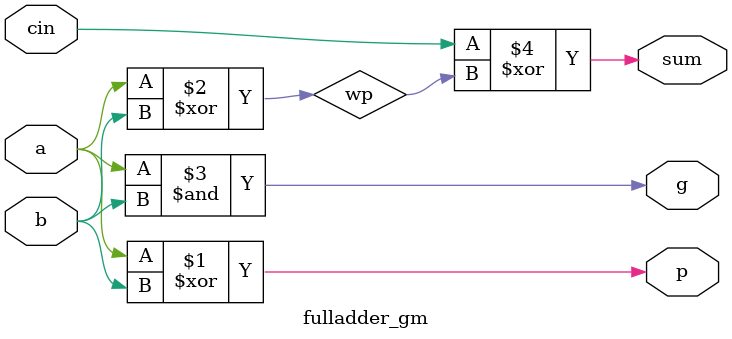
<source format=v>
module fulladder_gm(input a, b, cin, output g, p, sum);

	wire wp, wg;

	//sum	
	xor xor1(p, a, b);
	xor xor2(wp, a, b);

	//cout
	and and1(g, a, b);

	xor xor3(sum, cin, wp);

endmodule


</source>
